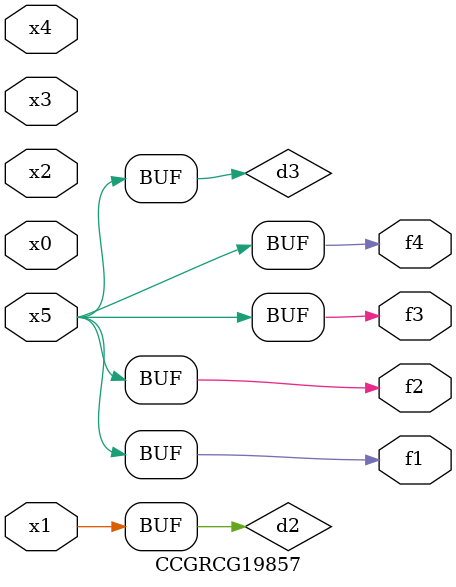
<source format=v>
module CCGRCG19857(
	input x0, x1, x2, x3, x4, x5,
	output f1, f2, f3, f4
);

	wire d1, d2, d3;

	not (d1, x5);
	or (d2, x1);
	xnor (d3, d1);
	assign f1 = d3;
	assign f2 = d3;
	assign f3 = d3;
	assign f4 = d3;
endmodule

</source>
